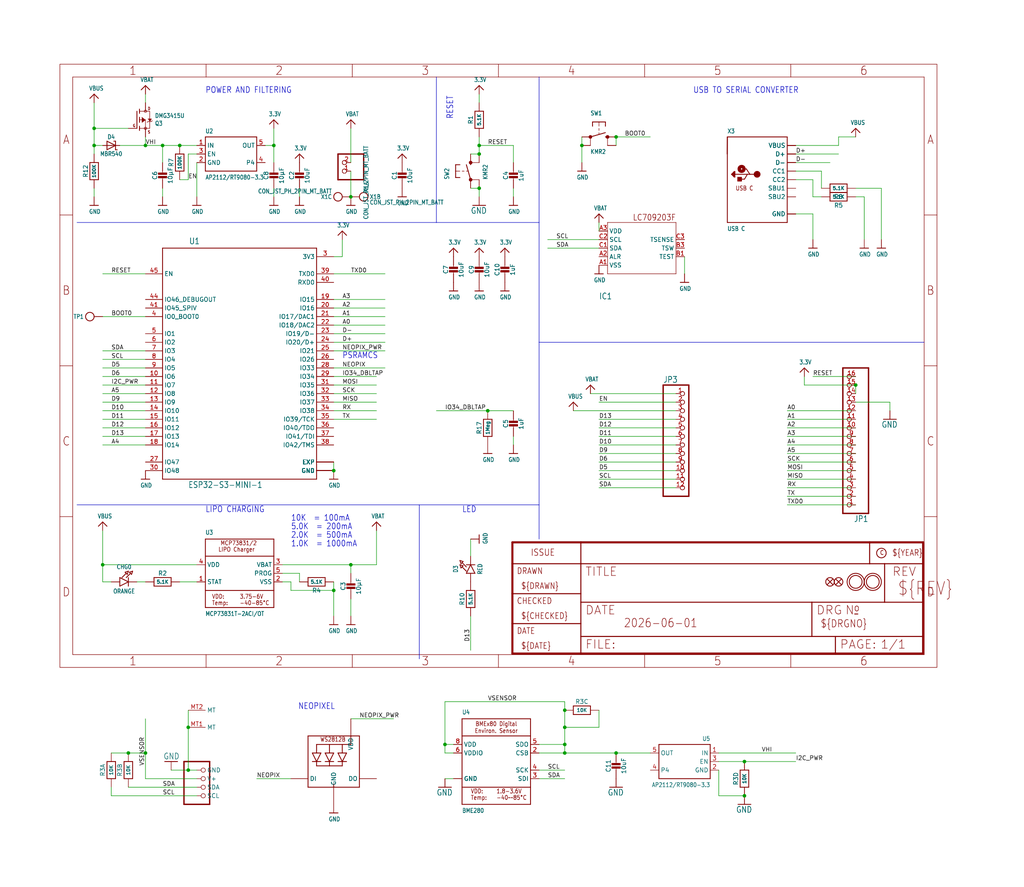
<source format=kicad_sch>
(kicad_sch (version 20230121) (generator eeschema)
  (paper "User" 303.962 263.246)
  (junction (at 104.14 167.64))
  (junction (at 167.64 215.9))
  (junction (at 132.08 220.98))
  (junction (at 182.88 223.52))
  (junction (at 167.64 223.52))
  (junction (at 38.1 223.52))
  (junction (at 167.64 220.98))
  (junction (at 55.88 228.6))
  (junction (at 81.28 43.18))
  (junction (at 99.06 139.7))
  (junction (at 142.24 43.18))
  (junction (at 55.88 215.9))
  (junction (at 43.18 223.52))
  (junction (at 27.94 38.1))
  (junction (at 167.64 210.82))
  (junction (at 144.78 121.92))
  (junction (at 142.24 55.88))
  (junction (at 220.98 236.22))
  (junction (at 30.48 167.64))
  (junction (at 99.06 175.26))
  (junction (at 27.94 43.18))
  (junction (at 254 114.3))
  (junction (at 172.72 43.18))
  (junction (at 142.24 45.72))
  (junction (at 182.88 40.64))
  (junction (at 48.26 43.18))
  (junction (at 43.18 43.18))
  (junction (at 104.14 58.42))
  (junction (at 220.98 226.06))
  (junction (at 53.34 43.18))
  (wire (pts (xy 101.6 76.2) (xy 101.6 71.12)) (stroke (width 0.1524)))
  (wire (pts (xy 142.24 27.94) (xy 142.24 30.48)) (stroke (width 0.1524)))
  (wire (pts (xy 254 58.42) (xy 256.54 58.42)) (stroke (width 0.1524)))
  (wire (pts (xy 86.36 172.72) (xy 86.36 175.26)) (stroke (width 0.1524)))
  (wire (pts (xy 139.7 55.88) (xy 142.24 55.88)) (stroke (width 0.1524)))
  (wire (pts (xy 86.36 175.26) (xy 99.06 175.26)) (stroke (width 0.1524)))
  (polyline (pts (xy 160.02 66.04) (xy 129.54 66.04)) (stroke (width 0.1524) (type solid)))
  (wire (pts (xy 160.02 231.14) (xy 167.64 231.14)) (stroke (width 0.1524)))
  (wire (pts (xy 162.56 73.66) (xy 177.8 73.66)) (stroke (width 0.1524)))
  (wire (pts (xy 58.42 233.68) (xy 38.1 233.68)) (stroke (width 0.1524)))
  (wire (pts (xy 111.76 124.46) (xy 99.06 124.46)) (stroke (width 0.1524)))
  (wire (pts (xy 248.92 40.64) (xy 254 40.64)) (stroke (width 0.1524)))
  (wire (pts (xy 182.88 40.64) (xy 193.04 40.64)) (stroke (width 0.1524)))
  (wire (pts (xy 152.4 132.08) (xy 152.4 129.54)) (stroke (width 0.1524)))
  (wire (pts (xy 81.28 48.26) (xy 81.28 43.18)) (stroke (width 0.1524)))
  (wire (pts (xy 30.48 167.64) (xy 58.42 167.64)) (stroke (width 0.1524)))
  (wire (pts (xy 99.06 99.06) (xy 114.3 99.06)) (stroke (width 0.1524)))
  (wire (pts (xy 236.22 53.34) (xy 241.3 53.34)) (stroke (width 0.1524)))
  (wire (pts (xy 142.24 45.72) (xy 139.7 45.72)) (stroke (width 0.1524)))
  (wire (pts (xy 182.88 40.64) (xy 182.88 43.18)) (stroke (width 0.1524)))
  (wire (pts (xy 99.06 175.26) (xy 99.06 182.88)) (stroke (width 0.1524)))
  (wire (pts (xy 99.06 104.14) (xy 114.3 104.14)) (stroke (width 0.1524)))
  (wire (pts (xy 104.14 167.64) (xy 111.76 167.64)) (stroke (width 0.1524)))
  (wire (pts (xy 167.64 208.28) (xy 167.64 210.82)) (stroke (width 0.1524)))
  (wire (pts (xy 58.42 236.22) (xy 33.02 236.22)) (stroke (width 0.1524)))
  (wire (pts (xy 175.26 116.84) (xy 200.66 116.84)) (stroke (width 0.1524)))
  (wire (pts (xy 43.18 114.3) (xy 30.48 114.3)) (stroke (width 0.1524)))
  (wire (pts (xy 248.92 43.18) (xy 248.92 40.64)) (stroke (width 0.1524)))
  (wire (pts (xy 104.14 38.1) (xy 104.14 48.26)) (stroke (width 0.1524)))
  (wire (pts (xy 104.14 58.42) (xy 104.14 50.8)) (stroke (width 0.1524)))
  (wire (pts (xy 254 127) (xy 233.68 127)) (stroke (width 0.1524)))
  (wire (pts (xy 104.14 170.18) (xy 104.14 167.64)) (stroke (width 0.1524)))
  (polyline (pts (xy 160.02 66.04) (xy 160.02 22.86)) (stroke (width 0.1524) (type solid)))
  (wire (pts (xy 30.48 157.48) (xy 30.48 167.64)) (stroke (width 0.1524)))
  (wire (pts (xy 254 55.88) (xy 261.62 55.88)) (stroke (width 0.1524)))
  (polyline (pts (xy 124.46 149.86) (xy 124.46 195.58)) (stroke (width 0.1524) (type solid)))
  (wire (pts (xy 142.24 55.88) (xy 142.24 58.42)) (stroke (width 0.1524)))
  (wire (pts (xy 177.8 66.04) (xy 177.8 68.58)) (stroke (width 0.1524)))
  (wire (pts (xy 111.76 157.48) (xy 111.76 167.64)) (stroke (width 0.1524)))
  (wire (pts (xy 132.08 220.98) (xy 132.08 208.28)) (stroke (width 0.1524)))
  (wire (pts (xy 200.66 124.46) (xy 177.8 124.46)) (stroke (width 0.1524)))
  (wire (pts (xy 30.48 104.14) (xy 43.18 104.14)) (stroke (width 0.1524)))
  (wire (pts (xy 30.48 172.72) (xy 30.48 167.64)) (stroke (width 0.1524)))
  (wire (pts (xy 58.42 48.26) (xy 58.42 58.42)) (stroke (width 0.1524)))
  (wire (pts (xy 30.48 121.92) (xy 43.18 121.92)) (stroke (width 0.1524)))
  (wire (pts (xy 132.08 223.52) (xy 132.08 220.98)) (stroke (width 0.1524)))
  (wire (pts (xy 43.18 93.98) (xy 30.48 93.98)) (stroke (width 0.1524)))
  (wire (pts (xy 167.64 210.82) (xy 167.64 215.9)) (stroke (width 0.1524)))
  (wire (pts (xy 233.68 129.54) (xy 254 129.54)) (stroke (width 0.1524)))
  (wire (pts (xy 99.06 91.44) (xy 114.3 91.44)) (stroke (width 0.1524)))
  (wire (pts (xy 160.02 220.98) (xy 167.64 220.98)) (stroke (width 0.1524)))
  (wire (pts (xy 55.88 228.6) (xy 50.8 228.6)) (stroke (width 0.1524)))
  (wire (pts (xy 213.36 228.6) (xy 213.36 236.22)) (stroke (width 0.1524)))
  (wire (pts (xy 43.18 124.46) (xy 30.48 124.46)) (stroke (width 0.1524)))
  (wire (pts (xy 238.76 111.76) (xy 238.76 114.3)) (stroke (width 0.1524)))
  (wire (pts (xy 53.34 43.18) (xy 48.26 43.18)) (stroke (width 0.1524)))
  (wire (pts (xy 241.3 53.34) (xy 241.3 58.42)) (stroke (width 0.1524)))
  (wire (pts (xy 43.18 116.84) (xy 30.48 116.84)) (stroke (width 0.1524)))
  (wire (pts (xy 177.8 127) (xy 200.66 127)) (stroke (width 0.1524)))
  (wire (pts (xy 43.18 223.52) (xy 43.18 213.36)) (stroke (width 0.1524)))
  (wire (pts (xy 160.02 223.52) (xy 167.64 223.52)) (stroke (width 0.1524)))
  (wire (pts (xy 78.74 43.18) (xy 81.28 43.18)) (stroke (width 0.1524)))
  (wire (pts (xy 152.4 58.42) (xy 152.4 55.88)) (stroke (width 0.1524)))
  (wire (pts (xy 264.16 119.38) (xy 264.16 121.92)) (stroke (width 0.1524)))
  (wire (pts (xy 99.06 93.98) (xy 114.3 93.98)) (stroke (width 0.1524)))
  (polyline (pts (xy 160.02 160.02) (xy 160.02 149.86)) (stroke (width 0.1524) (type solid)))
  (polyline (pts (xy 22.86 66.04) (xy 129.54 66.04)) (stroke (width 0.1524) (type solid)))
  (wire (pts (xy 55.88 215.9) (xy 55.88 228.6)) (stroke (width 0.1524)))
  (wire (pts (xy 254 132.08) (xy 233.68 132.08)) (stroke (width 0.1524)))
  (wire (pts (xy 177.8 119.38) (xy 200.66 119.38)) (stroke (width 0.1524)))
  (wire (pts (xy 38.1 223.52) (xy 43.18 223.52)) (stroke (width 0.1524)))
  (wire (pts (xy 99.06 81.28) (xy 114.3 81.28)) (stroke (width 0.1524)))
  (wire (pts (xy 55.88 210.82) (xy 55.88 215.9)) (stroke (width 0.1524)))
  (polyline (pts (xy 160.02 149.86) (xy 160.02 101.6)) (stroke (width 0.1524) (type solid)))
  (wire (pts (xy 35.56 43.18) (xy 43.18 43.18)) (stroke (width 0.1524)))
  (wire (pts (xy 55.88 45.72) (xy 58.42 45.72)) (stroke (width 0.1524)))
  (wire (pts (xy 83.82 172.72) (xy 86.36 172.72)) (stroke (width 0.1524)))
  (wire (pts (xy 83.82 170.18) (xy 88.9 170.18)) (stroke (width 0.1524)))
  (wire (pts (xy 241.3 63.5) (xy 236.22 63.5)) (stroke (width 0.1524)))
  (wire (pts (xy 236.22 43.18) (xy 248.92 43.18)) (stroke (width 0.1524)))
  (wire (pts (xy 55.88 228.6) (xy 58.42 228.6)) (stroke (width 0.1524)))
  (wire (pts (xy 99.06 121.92) (xy 111.76 121.92)) (stroke (width 0.1524)))
  (wire (pts (xy 53.34 172.72) (xy 58.42 172.72)) (stroke (width 0.1524)))
  (wire (pts (xy 99.06 101.6) (xy 114.3 101.6)) (stroke (width 0.1524)))
  (wire (pts (xy 177.8 137.16) (xy 200.66 137.16)) (stroke (width 0.1524)))
  (wire (pts (xy 88.9 55.88) (xy 88.9 58.42)) (stroke (width 0.1524)))
  (wire (pts (xy 254 139.7) (xy 233.68 139.7)) (stroke (width 0.1524)))
  (wire (pts (xy 254 121.92) (xy 233.68 121.92)) (stroke (width 0.1524)))
  (wire (pts (xy 134.62 223.52) (xy 132.08 223.52)) (stroke (width 0.1524)))
  (wire (pts (xy 139.7 165.1) (xy 139.7 160.02)) (stroke (width 0.1524)))
  (wire (pts (xy 43.18 119.38) (xy 30.48 119.38)) (stroke (width 0.1524)))
  (wire (pts (xy 38.1 38.1) (xy 27.94 38.1)) (stroke (width 0.1524)))
  (wire (pts (xy 43.18 81.28) (xy 30.48 81.28)) (stroke (width 0.1524)))
  (wire (pts (xy 177.8 215.9) (xy 167.64 215.9)) (stroke (width 0.1524)))
  (wire (pts (xy 33.02 236.22) (xy 33.02 233.68)) (stroke (width 0.1524)))
  (wire (pts (xy 233.68 147.32) (xy 254 147.32)) (stroke (width 0.1524)))
  (wire (pts (xy 43.18 109.22) (xy 30.48 109.22)) (stroke (width 0.1524)))
  (wire (pts (xy 200.66 139.7) (xy 177.8 139.7)) (stroke (width 0.1524)))
  (wire (pts (xy 256.54 58.42) (xy 256.54 71.12)) (stroke (width 0.1524)))
  (wire (pts (xy 99.06 114.3) (xy 111.76 114.3)) (stroke (width 0.1524)))
  (wire (pts (xy 254 137.16) (xy 233.68 137.16)) (stroke (width 0.1524)))
  (wire (pts (xy 236.22 48.26) (xy 246.38 48.26)) (stroke (width 0.1524)))
  (wire (pts (xy 33.02 223.52) (xy 38.1 223.52)) (stroke (width 0.1524)))
  (wire (pts (xy 40.64 172.72) (xy 43.18 172.72)) (stroke (width 0.1524)))
  (wire (pts (xy 177.8 71.12) (xy 162.56 71.12)) (stroke (width 0.1524)))
  (wire (pts (xy 142.24 40.64) (xy 142.24 43.18)) (stroke (width 0.1524)))
  (wire (pts (xy 167.64 223.52) (xy 182.88 223.52)) (stroke (width 0.1524)))
  (wire (pts (xy 58.42 43.18) (xy 53.34 43.18)) (stroke (width 0.1524)))
  (wire (pts (xy 43.18 27.94) (xy 43.18 30.48)) (stroke (width 0.1524)))
  (wire (pts (xy 86.36 231.14) (xy 76.2 231.14)) (stroke (width 0.1524)))
  (wire (pts (xy 99.06 111.76) (xy 111.76 111.76)) (stroke (width 0.1524)))
  (wire (pts (xy 241.3 58.42) (xy 243.84 58.42)) (stroke (width 0.1524)))
  (wire (pts (xy 220.98 226.06) (xy 236.22 226.06)) (stroke (width 0.1524)))
  (wire (pts (xy 43.18 231.14) (xy 58.42 231.14)) (stroke (width 0.1524)))
  (wire (pts (xy 203.2 81.28) (xy 203.2 76.2)) (stroke (width 0.1524)))
  (wire (pts (xy 236.22 50.8) (xy 243.84 50.8)) (stroke (width 0.1524)))
  (wire (pts (xy 238.76 114.3) (xy 254 114.3)) (stroke (width 0.1524)))
  (wire (pts (xy 177.8 134.62) (xy 200.66 134.62)) (stroke (width 0.1524)))
  (wire (pts (xy 193.04 223.52) (xy 182.88 223.52)) (stroke (width 0.1524)))
  (polyline (pts (xy 124.46 149.86) (xy 22.86 149.86)) (stroke (width 0.1524) (type solid)))
  (wire (pts (xy 30.48 127) (xy 43.18 127)) (stroke (width 0.1524)))
  (wire (pts (xy 160.02 228.6) (xy 167.64 228.6)) (stroke (width 0.1524)))
  (polyline (pts (xy 160.02 149.86) (xy 124.46 149.86)) (stroke (width 0.1524) (type solid)))
  (wire (pts (xy 233.68 142.24) (xy 254 142.24)) (stroke (width 0.1524)))
  (wire (pts (xy 53.34 53.34) (xy 55.88 53.34)) (stroke (width 0.1524)))
  (wire (pts (xy 99.06 172.72) (xy 99.06 175.26)) (stroke (width 0.1524)))
  (wire (pts (xy 27.94 43.18) (xy 27.94 38.1)) (stroke (width 0.1524)))
  (wire (pts (xy 48.26 43.18) (xy 48.26 48.26)) (stroke (width 0.1524)))
  (wire (pts (xy 43.18 40.64) (xy 43.18 43.18)) (stroke (width 0.1524)))
  (wire (pts (xy 236.22 223.52) (xy 213.36 223.52)) (stroke (width 0.1524)))
  (wire (pts (xy 43.18 129.54) (xy 30.48 129.54)) (stroke (width 0.1524)))
  (wire (pts (xy 33.02 172.72) (xy 30.48 172.72)) (stroke (width 0.1524)))
  (wire (pts (xy 30.48 111.76) (xy 43.18 111.76)) (stroke (width 0.1524)))
  (wire (pts (xy 134.62 220.98) (xy 132.08 220.98)) (stroke (width 0.1524)))
  (wire (pts (xy 152.4 121.92) (xy 144.78 121.92)) (stroke (width 0.1524)))
  (wire (pts (xy 254 134.62) (xy 233.68 134.62)) (stroke (width 0.1524)))
  (wire (pts (xy 99.06 137.16) (xy 99.06 139.7)) (stroke (width 0.1524)))
  (wire (pts (xy 254 144.78) (xy 233.68 144.78)) (stroke (width 0.1524)))
  (wire (pts (xy 177.8 210.82) (xy 177.8 215.9)) (stroke (width 0.1524)))
  (wire (pts (xy 167.64 220.98) (xy 167.64 223.52)) (stroke (width 0.1524)))
  (wire (pts (xy 99.06 96.52) (xy 114.3 96.52)) (stroke (width 0.1524)))
  (wire (pts (xy 243.84 50.8) (xy 243.84 55.88)) (stroke (width 0.1524)))
  (wire (pts (xy 99.06 88.9) (xy 114.3 88.9)) (stroke (width 0.1524)))
  (wire (pts (xy 43.18 43.18) (xy 48.26 43.18)) (stroke (width 0.1524)))
  (wire (pts (xy 254 124.46) (xy 233.68 124.46)) (stroke (width 0.1524)))
  (wire (pts (xy 172.72 43.18) (xy 172.72 48.26)) (stroke (width 0.1524)))
  (polyline (pts (xy 160.02 101.6) (xy 160.02 66.04)) (stroke (width 0.1524) (type solid)))
  (wire (pts (xy 213.36 236.22) (xy 220.98 236.22)) (stroke (width 0.1524)))
  (wire (pts (xy 152.4 48.26) (xy 152.4 43.18)) (stroke (width 0.1524)))
  (wire (pts (xy 48.26 55.88) (xy 48.26 58.42)) (stroke (width 0.1524)))
  (wire (pts (xy 139.7 182.88) (xy 139.7 193.04)) (stroke (width 0.1524)))
  (wire (pts (xy 99.06 109.22) (xy 114.3 109.22)) (stroke (width 0.1524)))
  (wire (pts (xy 99.06 119.38) (xy 111.76 119.38)) (stroke (width 0.1524)))
  (wire (pts (xy 99.06 116.84) (xy 111.76 116.84)) (stroke (width 0.1524)))
  (wire (pts (xy 81.28 55.88) (xy 81.28 58.42)) (stroke (width 0.1524)))
  (wire (pts (xy 261.62 55.88) (xy 261.62 71.12)) (stroke (width 0.1524)))
  (wire (pts (xy 142.24 43.18) (xy 152.4 43.18)) (stroke (width 0.1524)))
  (wire (pts (xy 27.94 58.42) (xy 27.94 55.88)) (stroke (width 0.1524)))
  (wire (pts (xy 104.14 213.36) (xy 116.84 213.36)) (stroke (width 0.1524)))
  (wire (pts (xy 83.82 167.64) (xy 104.14 167.64)) (stroke (width 0.1524)))
  (wire (pts (xy 254 116.84) (xy 254 114.3)) (stroke (width 0.1524)))
  (wire (pts (xy 172.72 40.64) (xy 172.72 43.18)) (stroke (width 0.1524)))
  (wire (pts (xy 104.14 177.8) (xy 104.14 182.88)) (stroke (width 0.1524)))
  (wire (pts (xy 200.66 142.24) (xy 177.8 142.24)) (stroke (width 0.1524)))
  (wire (pts (xy 30.48 43.18) (xy 27.94 43.18)) (stroke (width 0.1524)))
  (wire (pts (xy 236.22 45.72) (xy 248.92 45.72)) (stroke (width 0.1524)))
  (wire (pts (xy 177.8 144.78) (xy 200.66 144.78)) (stroke (width 0.1524)))
  (wire (pts (xy 254 149.86) (xy 233.68 149.86)) (stroke (width 0.1524)))
  (wire (pts (xy 144.78 121.92) (xy 129.54 121.92)) (stroke (width 0.1524)))
  (polyline (pts (xy 129.54 66.04) (xy 129.54 22.86)) (stroke (width 0.1524) (type solid)))
  (wire (pts (xy 200.66 121.92) (xy 170.18 121.92)) (stroke (width 0.1524)))
  (polyline (pts (xy 274.32 101.6) (xy 160.02 101.6)) (stroke (width 0.1524) (type solid)))
  (wire (pts (xy 27.94 38.1) (xy 27.94 30.48)) (stroke (width 0.1524)))
  (wire (pts (xy 43.18 231.14) (xy 43.18 223.52)) (stroke (width 0.1524)))
  (wire (pts (xy 241.3 63.5) (xy 241.3 71.12)) (stroke (width 0.1524)))
  (wire (pts (xy 220.98 226.06) (xy 213.36 226.06)) (stroke (width 0.1524)))
  (wire (pts (xy 167.64 215.9) (xy 167.64 220.98)) (stroke (width 0.1524)))
  (wire (pts (xy 254 111.76) (xy 241.3 111.76)) (stroke (width 0.1524)))
  (wire (pts (xy 55.88 53.34) (xy 55.88 45.72)) (stroke (width 0.1524)))
  (wire (pts (xy 43.18 106.68) (xy 30.48 106.68)) (stroke (width 0.1524)))
  (wire (pts (xy 132.08 208.28) (xy 167.64 208.28)) (stroke (width 0.1524)))
  (wire (pts (xy 254 119.38) (xy 264.16 119.38)) (stroke (width 0.1524)))
  (wire (pts (xy 81.28 43.18) (xy 81.28 38.1)) (stroke (width 0.1524)))
  (wire (pts (xy 177.8 132.08) (xy 200.66 132.08)) (stroke (width 0.1524)))
  (wire (pts (xy 43.18 132.08) (xy 30.48 132.08)) (stroke (width 0.1524)))
  (wire (pts (xy 27.94 45.72) (xy 27.94 43.18)) (stroke (width 0.1524)))
  (wire (pts (xy 88.9 170.18) (xy 88.9 172.72)) (stroke (width 0.1524)))
  (wire (pts (xy 142.24 43.18) (xy 142.24 45.72)) (stroke (width 0.1524)))
  (wire (pts (xy 200.66 129.54) (xy 177.8 129.54)) (stroke (width 0.1524)))
  (wire (pts (xy 132.08 231.14) (xy 134.62 231.14)) (stroke (width 0.1524)))
  (wire (pts (xy 99.06 76.2) (xy 101.6 76.2)) (stroke (width 0.1524)))
  (text "LIPO CHARGING" (at 60.96 152.4 0) (effects (font (size 1.778 1.5113)) (justify left bottom)))
  (text "RESET" (at 134.62 35.56 90) (effects (font (size 1.778 1.5113)) (justify left bottom)))
  (text "5.0K  = 200mA" (at 86.36 157.48 0) (effects (font (size 1.778 1.5113)) (justify left bottom)))
  (text "2.0K  = 500mA" (at 86.36 160.02 0) (effects (font (size 1.778 1.5113)) (justify left bottom)))
  (text "LED" (at 137.16 152.4 0) (effects (font (size 1.778 1.5113)) (justify left bottom)))
  (text "NEOPIXEL" (at 93.98 210.82 0) (effects (font (size 1.778 1.5113)) (justify bottom)))
  (text "1.0K  = 1000mA" (at 86.36 162.56 0) (effects (font (size 1.778 1.5113)) (justify left bottom)))
  (text "PSRAMCS" (at 101.6 106.68 0) (effects (font (size 1.778 1.5113)) (justify left bottom)))
  (text "POWER AND FILTERING" (at 60.96 27.94 0) (effects (font (size 1.778 1.5113)) (justify left bottom)))
  (text "10K  = 100mA" (at 86.36 154.94 0) (effects (font (size 1.778 1.5113)) (justify left bottom)))
  (text "USB TO SERIAL CONVERTER" (at 205.74 27.94 0) (effects (font (size 1.778 1.5113)) (justify left bottom)))
  (label "D6" (at 33.02 111.76 0) (effects (font (size 1.2446 1.2446))))
  (label "D10" (at 177.8 132.08 0) (effects (font (size 1.2446 1.2446))))
  (label "MISO" (at 233.68 142.24 0) (effects (font (size 1.2446 1.2446))))
  (label "VHI" (at 43.18 43.18 0) (effects (font (size 1.2446 1.2446))))
  (label "A5" (at 33.02 116.84 0) (effects (font (size 1.2446 1.2446))))
  (label "SCL" (at 177.8 142.24 0) (effects (font (size 1.2446 1.2446))))
  (label "MISO" (at 101.6 119.38 0) (effects (font (size 1.2446 1.2446))))
  (label "SCL" (at 48.26 236.22 0) (effects (font (size 1.2446 1.2446))))
  (label "RX" (at 101.6 121.92 0) (effects (font (size 1.2446 1.2446))))
  (label "SDA" (at 165.1 73.66 0) (effects (font (size 1.2446 1.2446))))
  (label "D9" (at 33.02 119.38 0) (effects (font (size 1.2446 1.2446))))
  (label "SCL" (at 165.1 71.12 0) (effects (font (size 1.2446 1.2446))))
  (label "SCK" (at 233.68 137.16 0) (effects (font (size 1.2446 1.2446))))
  (label "D12" (at 33.02 127 0) (effects (font (size 1.2446 1.2446))))
  (label "D5" (at 33.02 109.22 0) (effects (font (size 1.2446 1.2446))))
  (label "RESET" (at 241.3 111.76 0) (effects (font (size 1.2446 1.2446))))
  (label "D13" (at 177.8 124.46 0) (effects (font (size 1.2446 1.2446))))
  (label "BOOT0" (at 185.42 40.64 0) (effects (font (size 1.2446 1.2446))))
  (label "TXD0" (at 233.68 149.86 0) (effects (font (size 1.2446 1.2446))))
  (label "D13" (at 33.02 129.54 0) (effects (font (size 1.2446 1.2446))))
  (label "RESET" (at 33.02 81.28 0) (effects (font (size 1.2446 1.2446))))
  (label "SDA" (at 33.02 104.14 0) (effects (font (size 1.2446 1.2446))))
  (label "A3" (at 233.68 129.54 0) (effects (font (size 1.2446 1.2446))))
  (label "SCK" (at 101.6 116.84 0) (effects (font (size 1.2446 1.2446))))
  (label "IO34_DBLTAP" (at 101.6 111.76 0) (effects (font (size 1.2446 1.2446))))
  (label "A1" (at 101.6 93.98 0) (effects (font (size 1.2446 1.2446))))
  (label "VHI" (at 226.06 223.52 0) (effects (font (size 1.2446 1.2446))))
  (label "A4" (at 33.02 132.08 0) (effects (font (size 1.2446 1.2446))))
  (label "SCL" (at 33.02 106.68 0) (effects (font (size 1.2446 1.2446))))
  (label "MOSI" (at 233.68 139.7 0) (effects (font (size 1.2446 1.2446))))
  (label "D11" (at 177.8 129.54 0) (effects (font (size 1.2446 1.2446))))
  (label "IO34_DBLTAP" (at 132.08 121.92 0) (effects (font (size 1.2446 1.2446))))
  (label "NEOPIX" (at 76.2 231.14 0) (effects (font (size 1.2446 1.2446))))
  (label "I2C_PWR" (at 236.22 226.06 0) (effects (font (size 1.2446 1.2446))))
  (label "SDA" (at 162.56 231.14 0) (effects (font (size 1.2446 1.2446))))
  (label "MOSI" (at 101.6 114.3 0) (effects (font (size 1.2446 1.2446))))
  (label "RX" (at 233.68 144.78 0) (effects (font (size 1.2446 1.2446))))
  (label "A5" (at 233.68 134.62 0) (effects (font (size 1.2446 1.2446))))
  (label "NEOPIX" (at 101.6 109.22 0) (effects (font (size 1.2446 1.2446))))
  (label "SDA" (at 177.8 144.78 0) (effects (font (size 1.2446 1.2446))))
  (label "TX" (at 233.68 147.32 0) (effects (font (size 1.2446 1.2446))))
  (label "D5" (at 177.8 139.7 0) (effects (font (size 1.2446 1.2446))))
  (label "D10" (at 33.02 121.92 0) (effects (font (size 1.2446 1.2446))))
  (label "A0" (at 101.6 96.52 0) (effects (font (size 1.2446 1.2446))))
  (label "D-" (at 236.22 48.26 0) (effects (font (size 1.2446 1.2446))))
  (label "D+" (at 236.22 45.72 0) (effects (font (size 1.2446 1.2446))))
  (label "A4" (at 233.68 132.08 0) (effects (font (size 1.2446 1.2446))))
  (label "D12" (at 177.8 127 0) (effects (font (size 1.2446 1.2446))))
  (label "A3" (at 101.6 88.9 0) (effects (font (size 1.2446 1.2446))))
  (label "D11" (at 33.02 124.46 0) (effects (font (size 1.2446 1.2446))))
  (label "SDA" (at 48.26 233.68 0) (effects (font (size 1.2446 1.2446))))
  (label "EN" (at 177.8 119.38 0) (effects (font (size 1.2446 1.2446))))
  (label "VSENSOR" (at 43.18 227.33 90) (effects (font (size 1.2446 1.2446))))
  (label "BOOT0" (at 33.02 93.98 0) (effects (font (size 1.2446 1.2446))))
  (label "D+" (at 101.6 101.6 0) (effects (font (size 1.2446 1.2446))))
  (label "D9" (at 177.8 134.62 0) (effects (font (size 1.2446 1.2446))))
  (label "RESET" (at 144.78 43.18 0) (effects (font (size 1.2446 1.2446))))
  (label "D6" (at 177.8 137.16 0) (effects (font (size 1.2446 1.2446))))
  (label "TX" (at 101.6 124.46 0) (effects (font (size 1.2446 1.2446))))
  (label "A0" (at 233.68 121.92 0) (effects (font (size 1.2446 1.2446))))
  (label "D13" (at 139.7 190.5 90) (effects (font (size 1.2446 1.2446))))
  (label "SCL" (at 162.56 228.6 0) (effects (font (size 1.2446 1.2446))))
  (label "EN" (at 55.88 53.34 0) (effects (font (size 1.2446 1.2446))))
  (label "TXD0" (at 104.14 81.28 0) (effects (font (size 1.2446 1.2446))))
  (label "NEOPIX_PWR" (at 106.68 213.36 0) (effects (font (size 1.2446 1.2446))))
  (label "A2" (at 101.6 91.44 0) (effects (font (size 1.2446 1.2446))))
  (label "D-" (at 101.6 99.06 0) (effects (font (size 1.2446 1.2446))))
  (label "A2" (at 233.68 127 0) (effects (font (size 1.2446 1.2446))))
  (label "A1" (at 233.68 124.46 0) (effects (font (size 1.2446 1.2446))))
  (label "NEOPIX_PWR" (at 101.6 104.14 0) (effects (font (size 1.2446 1.2446))))
  (label "VSENSOR" (at 144.78 208.28 0) (effects (font (size 1.2446 1.2446))))
  (label "I2C_PWR" (at 33.02 114.3 0) (effects (font (size 1.2446 1.2446))))
  (symbol (lib_id "working-eagle-import:STEMMA_I2C_QTRA") (at 55.88 215.9 0) (unit 2)
    (property "Reference" "CONN1" (effects hide))
    (property "Value" "STEMMA_I2C_QTRA" (effects hide))
    (property "Footprint" "working:JST_SH4_RA" (effects hide))
  )
  (symbol (lib_id "working-eagle-import:HEADER-1X12") (at 203.2 132.08 0) (unit 1)
    (property "Reference" "JP3" (at 196.85 113.665 0) (effects (font (size 1.778 1.5113)) (justify left bottom)))
    (property "Value" "HEADER-1X12" (effects hide))
    (property "Footprint" "working:1X12_ROUND" (effects hide))
  )
  (symbol (lib_id "working-eagle-import:RESISTOR_4PACK") (at 220.98 231.14 90) (unit 4)
    (property "Reference" "R3" (at 218.44 231.14 0))
    (property "Value" "10K" (at 220.98 231.14 0) (effects (font (size 1.016 1.016) bold)))
    (property "Footprint" "working:RESPACK_4X0603" (effects hide))
  )
  (symbol (lib_id "working-eagle-import:RESISTOR_0603_NOOUT") (at 142.24 35.56 90) (unit 1)
    (property "Reference" "R1" (at 139.7 35.56 0))
    (property "Value" "5.1K" (at 142.24 35.56 0) (effects (font (size 1.016 1.016) bold)))
    (property "Footprint" "working:0603-NO" (effects hide))
  )
  (symbol (lib_id "working-eagle-import:GND") (at 152.4 134.62 0) (unit 1)
    (property "Reference" "#U$40" (effects hide))
    (property "Value" "GND" (at 150.876 137.16 0) (effects (font (size 1.27 1.0795)) (justify left bottom)))
  )
  (symbol (lib_id "working-eagle-import:supply1_GND") (at 132.08 233.68 0) (unit 1)
    (property "Reference" "#GND2" (effects hide))
    (property "Value" "GND" (at 129.54 236.22 0) (effects (font (size 1.778 1.5113)) (justify left bottom)))
  )
  (symbol (lib_id "working-eagle-import:3.3V") (at 238.76 109.22 0) (unit 1)
    (property "Reference" "#U$6" (effects hide))
    (property "Value" "3.3V" (at 237.236 108.204 0) (effects (font (size 1.27 1.0795)) (justify left bottom)))
  )
  (symbol (lib_id "working-eagle-import:RESISTOR_0603_NOOUT") (at 139.7 177.8 90) (unit 1)
    (property "Reference" "R10" (at 137.16 177.8 0))
    (property "Value" "5.1K" (at 139.7 177.8 0) (effects (font (size 1.016 1.016) bold)))
    (property "Footprint" "working:0603-NO" (effects hide))
  )
  (symbol (lib_id "working-eagle-import:CON_JST_PH_2PIN_MT_BATT") (at 104.14 58.42 270) (unit 2)
    (property "Reference" "X1" (at 109.728 58.42 90) (effects (font (size 1.27 1.0795)) (justify left)))
    (property "Value" "CON_JST_PH_2PIN_MT_BATT" (at 109.728 60.071 90) (effects (font (size 1.27 1.0795)) (justify left)))
    (property "Footprint" "working:JSTPH2_BATT" (effects hide))
  )
  (symbol (lib_id "working-eagle-import:FIDUCIAL_1MM") (at 248.92 172.72 0) (unit 1)
    (property "Reference" "U$34" (effects hide))
    (property "Value" "FIDUCIAL_1MM" (effects hide))
    (property "Footprint" "working:FIDUCIAL_1MM" (effects hide))
  )
  (symbol (lib_id "working-eagle-import:STEMMA_I2C_QTRA") (at 58.42 233.68 0) (unit 1)
    (property "Reference" "CONN1" (effects hide))
    (property "Value" "STEMMA_I2C_QTRA" (effects hide))
    (property "Footprint" "working:JST_SH4_RA" (effects hide))
  )
  (symbol (lib_id "working-eagle-import:VBAT") (at 175.26 114.3 0) (unit 1)
    (property "Reference" "#U$20" (effects hide))
    (property "Value" "VBAT" (at 173.736 113.284 0) (effects (font (size 1.27 1.0795)) (justify left bottom)))
  )
  (symbol (lib_id "working-eagle-import:CAP_CERAMIC0805-NOOUTLINE") (at 142.24 81.28 0) (unit 1)
    (property "Reference" "C9" (at 139.95 80.03 90))
    (property "Value" "10uF" (at 144.54 80.03 90))
    (property "Footprint" "working:0805-NO" (effects hide))
  )
  (symbol (lib_id "working-eagle-import:GND") (at 43.18 142.24 0) (unit 1)
    (property "Reference" "#U$7" (effects hide))
    (property "Value" "GND" (at 41.656 144.78 0) (effects (font (size 1.27 1.0795)) (justify left bottom)))
  )
  (symbol (lib_id "working-eagle-import:RESISTOR_0603_NOOUT") (at 48.26 172.72 0) (unit 1)
    (property "Reference" "R2" (at 48.26 170.18 0))
    (property "Value" "5.1K" (at 48.26 172.72 0) (effects (font (size 1.016 1.016) bold)))
    (property "Footprint" "working:0603-NO" (effects hide))
  )
  (symbol (lib_id "working-eagle-import:CAP_CERAMIC0603_NO") (at 152.4 53.34 0) (unit 1)
    (property "Reference" "C4" (at 150.11 52.09 90))
    (property "Value" "1uF" (at 154.7 52.09 90))
    (property "Footprint" "working:0603-NO" (effects hide))
  )
  (symbol (lib_id "working-eagle-import:RESISTOR_4PACK") (at 33.02 228.6 90) (unit 1)
    (property "Reference" "R3" (at 30.48 228.6 0))
    (property "Value" "10K" (at 33.02 228.6 0) (effects (font (size 1.016 1.016) bold)))
    (property "Footprint" "working:RESPACK_4X0603" (effects hide))
  )
  (symbol (lib_id "working-eagle-import:CAP_CERAMIC0805-NOOUTLINE") (at 119.38 53.34 0) (unit 1)
    (property "Reference" "C1" (at 117.09 52.09 90))
    (property "Value" "10uF" (at 121.68 52.09 90))
    (property "Footprint" "working:0805-NO" (effects hide))
  )
  (symbol (lib_id "working-eagle-import:GND") (at 203.2 83.82 0) (unit 1)
    (property "Reference" "#U$50" (effects hide))
    (property "Value" "GND" (at 201.676 86.36 0) (effects (font (size 1.27 1.0795)) (justify left bottom)))
  )
  (symbol (lib_id "working-eagle-import:RESISTOR_0603_NOOUT") (at 27.94 50.8 90) (unit 1)
    (property "Reference" "R12" (at 25.4 50.8 0))
    (property "Value" "100K" (at 27.94 50.8 0) (effects (font (size 1.016 1.016) bold)))
    (property "Footprint" "working:0603-NO" (effects hide))
  )
  (symbol (lib_id "working-eagle-import:3.3V") (at 134.62 73.66 0) (unit 1)
    (property "Reference" "#U$41" (effects hide))
    (property "Value" "3.3V" (at 133.096 72.644 0) (effects (font (size 1.27 1.0795)) (justify left bottom)))
  )
  (symbol (lib_id "working-eagle-import:3.3V") (at 119.38 45.72 0) (unit 1)
    (property "Reference" "#U$2" (effects hide))
    (property "Value" "3.3V" (at 117.856 44.704 0) (effects (font (size 1.27 1.0795)) (justify left bottom)))
  )
  (symbol (lib_id "working-eagle-import:VREG_SOT23-5") (at 68.58 45.72 0) (unit 1)
    (property "Reference" "U2" (at 60.96 39.624 0) (effects (font (size 1.27 1.0795)) (justify left bottom)))
    (property "Value" "AP2112/RT9080-3.3" (at 60.96 53.34 0) (effects (font (size 1.27 1.0795)) (justify left bottom)))
    (property "Footprint" "working:SOT23-5" (effects hide))
  )
  (symbol (lib_id "working-eagle-import:CAP_CERAMIC0603_NO") (at 152.4 127 0) (unit 1)
    (property "Reference" "C5" (at 150.11 125.75 90))
    (property "Value" "1uF" (at 154.7 125.75 90))
    (property "Footprint" "working:0603-NO" (effects hide))
  )
  (symbol (lib_id "working-eagle-import:GND") (at 256.54 73.66 0) (unit 1)
    (property "Reference" "#U$1" (effects hide))
    (property "Value" "GND" (at 255.016 76.2 0) (effects (font (size 1.27 1.0795)) (justify left bottom)))
  )
  (symbol (lib_id "working-eagle-import:RESISTOR_4PACK") (at 38.1 228.6 90) (unit 2)
    (property "Reference" "R3" (at 35.56 228.6 0))
    (property "Value" "10K" (at 38.1 228.6 0) (effects (font (size 1.016 1.016) bold)))
    (property "Footprint" "working:RESPACK_4X0603" (effects hide))
  )
  (symbol (lib_id "working-eagle-import:GND") (at 81.28 60.96 0) (unit 1)
    (property "Reference" "#U$29" (effects hide))
    (property "Value" "GND" (at 79.756 63.5 0) (effects (font (size 1.27 1.0795)) (justify left bottom)))
  )
  (symbol (lib_id "working-eagle-import:supply1_GND") (at 182.88 233.68 0) (unit 1)
    (property "Reference" "#GND3" (effects hide))
    (property "Value" "GND" (at 180.34 236.22 0) (effects (font (size 1.778 1.5113)) (justify left bottom)))
  )
  (symbol (lib_id "working-eagle-import:CAP_CERAMIC0805-NOOUTLINE") (at 81.28 53.34 0) (unit 1)
    (property "Reference" "C8" (at 78.99 52.09 90))
    (property "Value" "10µF" (at 83.58 52.09 90))
    (property "Footprint" "working:0805-NO" (effects hide))
    (property "REV" "C" (effects hide))
  )
  (symbol (lib_id "working-eagle-import:ESP32-S3-MINI-1") (at 71.12 106.68 0) (unit 1)
    (property "Reference" "U1" (at 56.0841 72.5455 0) (effects (font (size 1.778 1.5113)) (justify left bottom)))
    (property "Value" "ESP32-S3-MINI-1" (at 55.8333 144.8881 0) (effects (font (size 1.778 1.5113)) (justify left bottom)))
    (property "Footprint" "working:QFN60_ESP32-S2-MINI-1_EXP" (effects hide))
  )
  (symbol (lib_id "working-eagle-import:MOUNTINGHOLE2.5") (at 254 172.72 0) (unit 1)
    (property "Reference" "U$31" (effects hide))
    (property "Value" "MOUNTINGHOLE2.5" (effects hide))
    (property "Footprint" "working:MOUNTINGHOLE_2.5_PLATED" (effects hide))
  )
  (symbol (lib_id "working-eagle-import:GND") (at 104.14 60.96 0) (unit 1)
    (property "Reference" "#U$22" (effects hide))
    (property "Value" "GND" (at 102.616 63.5 0) (effects (font (size 1.27 1.0795)) (justify left bottom)))
  )
  (symbol (lib_id "working-eagle-import:VBUS") (at 170.18 119.38 0) (unit 1)
    (property "Reference" "#U$19" (effects hide))
    (property "Value" "VBUS" (at 168.656 118.364 0) (effects (font (size 1.27 1.0795)) (justify left bottom)))
  )
  (symbol (lib_id "working-eagle-import:VBAT") (at 43.18 25.4 0) (unit 1)
    (property "Reference" "#U$21" (effects hide))
    (property "Value" "VBAT" (at 41.656 24.384 0) (effects (font (size 1.27 1.0795)) (justify left bottom)))
  )
  (symbol (lib_id "working-eagle-import:GND") (at 58.42 60.96 0) (unit 1)
    (property "Reference" "#U$30" (effects hide))
    (property "Value" "GND" (at 56.896 63.5 0) (effects (font (size 1.27 1.0795)) (justify left bottom)))
  )
  (symbol (lib_id "working-eagle-import:VBAT") (at 104.14 35.56 0) (unit 1)
    (property "Reference" "#U$16" (effects hide))
    (property "Value" "VBAT" (at 102.616 34.544 0) (effects (font (size 1.27 1.0795)) (justify left bottom)))
  )
  (symbol (lib_id "working-eagle-import:WS2812B_SK6805_1515") (at 99.06 228.6 0) (unit 1)
    (property "Reference" "LED1" (effects hide))
    (property "Value" "WS2812B_SK6805_1515" (effects hide))
    (property "Footprint" "working:SK6805_1515" (effects hide))
  )
  (symbol (lib_id "working-eagle-import:GND") (at 134.62 86.36 0) (unit 1)
    (property "Reference" "#U$45" (effects hide))
    (property "Value" "GND" (at 133.096 88.9 0) (effects (font (size 1.27 1.0795)) (justify left bottom)))
  )
  (symbol (lib_id "working-eagle-import:3.3V") (at 142.24 73.66 0) (unit 1)
    (property "Reference" "#U$43" (effects hide))
    (property "Value" "3.3V" (at 140.716 72.644 0) (effects (font (size 1.27 1.0795)) (justify left bottom)))
  )
  (symbol (lib_id "working-eagle-import:RESISTOR_0603_NOOUT") (at 93.98 172.72 180) (unit 1)
    (property "Reference" "R4" (at 93.98 175.26 0))
    (property "Value" "5.1K" (at 93.98 172.72 0) (effects (font (size 1.016 1.016) bold)))
    (property "Footprint" "working:0603-NO" (effects hide))
  )
  (symbol (lib_id "working-eagle-import:CON_JST_PH_2PIN_MT_BATT") (at 104.14 58.42 90) (unit 3)
    (property "Reference" "X1" (at 98.552 58.42 90) (effects (font (size 1.27 1.0795)) (justify left)))
    (property "Value" "CON_JST_PH_2PIN_MT_BATT" (at 98.552 56.769 90) (effects (font (size 1.27 1.0795)) (justify left)))
    (property "Footprint" "working:JSTPH2_BATT" (effects hide))
  )
  (symbol (lib_id "working-eagle-import:supply1_GND") (at 142.24 60.96 0) (unit 1)
    (property "Reference" "#GND6" (effects hide))
    (property "Value" "GND" (at 139.7 63.5 0) (effects (font (size 1.778 1.5113)) (justify left bottom)))
  )
  (symbol (lib_id "working-eagle-import:VBAT") (at 177.8 63.5 0) (unit 1)
    (property "Reference" "#U$18" (effects hide))
    (property "Value" "VBAT" (at 176.276 62.484 0) (effects (font (size 1.27 1.0795)) (justify left bottom)))
  )
  (symbol (lib_id "working-eagle-import:CAP_CERAMIC0805-NOOUTLINE") (at 88.9 53.34 0) (unit 1)
    (property "Reference" "C2" (at 86.61 52.09 90))
    (property "Value" "10uF" (at 91.2 52.09 90))
    (property "Footprint" "working:0805-NO" (effects hide))
  )
  (symbol (lib_id "working-eagle-import:GND") (at 119.38 58.42 0) (unit 1)
    (property "Reference" "#U$4" (effects hide))
    (property "Value" "GND" (at 117.856 60.96 0) (effects (font (size 1.27 1.0795)) (justify left bottom)))
  )
  (symbol (lib_id "working-eagle-import:TESTPOINTROUND1.5MMNO") (at 30.48 93.98 90) (unit 1)
    (property "Reference" "TP1" (at 24.892 93.98 90) (effects (font (size 1.27 1.0795)) (justify left)))
    (property "Value" "TESTPOINTROUND1.5MMNO" (effects hide))
    (property "Footprint" "working:TESTPOINT_ROUND_1.5MM_NO" (effects hide))
  )
  (symbol (lib_id "working-eagle-import:supply1_GND") (at 264.16 124.46 0) (unit 1)
    (property "Reference" "#GND4" (effects hide))
    (property "Value" "GND" (at 261.62 127 0) (effects (font (size 1.778 1.5113)) (justify left bottom)))
  )
  (symbol (lib_id "working-eagle-import:VREG_SOT23-5") (at 203.2 226.06 0) (mirror y) (unit 1)
    (property "Reference" "U5" (at 210.82 219.964 0) (effects (font (size 1.27 1.0795)) (justify left bottom)))
    (property "Value" "AP2112/RT9080-3.3" (at 210.82 233.68 0) (effects (font (size 1.27 1.0795)) (justify left bottom)))
    (property "Footprint" "working:SOT23-5" (effects hide))
  )
  (symbol (lib_id "working-eagle-import:CAP_CERAMIC_0805MP") (at 182.88 228.6 0) (unit 1)
    (property "Reference" "C11" (at 180.59 227.35 90))
    (property "Value" "10uF" (at 185.18 227.35 90))
    (property "Footprint" "working:_0805MP" (effects hide))
  )
  (symbol (lib_id "working-eagle-import:SWITCH_TACT_SMT4.6X2.8") (at 139.7 50.8 90) (unit 1)
    (property "Reference" "SW2" (at 133.35 53.34 0) (effects (font (size 1.27 1.0795)) (justify left bottom)))
    (property "Value" "KMR2" (at 144.78 53.34 0) (effects (font (size 1.27 1.0795)) (justify left bottom)))
    (property "Footprint" "working:BTN_KMR2_4.6X2.8" (effects hide))
  )
  (symbol (lib_id "working-eagle-import:supply1_GND") (at 220.98 238.76 0) (unit 1)
    (property "Reference" "#GND5" (effects hide))
    (property "Value" "GND" (at 218.44 241.3 0) (effects (font (size 1.778 1.5113)) (justify left bottom)))
  )
  (symbol (lib_id "working-eagle-import:GND") (at 142.24 160.02 90) (unit 1)
    (property "Reference" "#U$8" (effects hide))
    (property "Value" "GND" (at 144.78 161.544 0) (effects (font (size 1.27 1.0795)) (justify left bottom)))
  )
  (symbol (lib_id "working-eagle-import:VBUS") (at 30.48 154.94 0) (unit 1)
    (property "Reference" "#U$38" (effects hide))
    (property "Value" "VBUS" (at 28.956 153.924 0) (effects (font (size 1.27 1.0795)) (justify left bottom)))
  )
  (symbol (lib_id "working-eagle-import:MOUNTINGHOLE2.5") (at 259.08 172.72 0) (unit 1)
    (property "Reference" "U$32" (effects hide))
    (property "Value" "MOUNTINGHOLE2.5" (effects hide))
    (property "Footprint" "working:MOUNTINGHOLE_2.5_PLATED" (effects hide))
  )
  (symbol (lib_id "working-eagle-import:RESISTOR_4PACK") (at 172.72 210.82 0) (unit 3)
    (property "Reference" "R3" (at 172.72 208.28 0))
    (property "Value" "10K" (at 172.72 210.82 0) (effects (font (size 1.016 1.016) bold)))
    (property "Footprint" "working:RESPACK_4X0603" (effects hide))
  )
  (symbol (lib_id "working-eagle-import:CAP_CERAMIC0805-NOOUTLINE") (at 48.26 53.34 0) (unit 1)
    (property "Reference" "C6" (at 45.97 52.09 90))
    (property "Value" "10µF" (at 50.56 52.09 90))
    (property "Footprint" "working:0805-NO" (effects hide))
  )
  (symbol (lib_id "working-eagle-import:GND") (at 241.3 73.66 0) (unit 1)
    (property "Reference" "#U$23" (effects hide))
    (property "Value" "GND" (at 239.776 76.2 0) (effects (font (size 1.27 1.0795)) (justify left bottom)))
  )
  (symbol (lib_id "working-eagle-import:GND") (at 27.94 60.96 0) (unit 1)
    (property "Reference" "#U$25" (effects hide))
    (property "Value" "GND" (at 26.416 63.5 0) (effects (font (size 1.27 1.0795)) (justify left bottom)))
  )
  (symbol (lib_id "working-eagle-import:MOSFET-P") (at 43.18 35.56 0) (mirror x) (unit 1)
    (property "Reference" "Q3" (at 45.974 35.941 0) (effects (font (size 1.27 1.0795)) (justify left bottom)))
    (property "Value" "DMG3415U" (at 45.974 33.655 0) (effects (font (size 1.27 1.0795)) (justify left bottom)))
    (property "Footprint" "working:SOT23-R" (effects hide))
  )
  (symbol (lib_id "working-eagle-import:USB_C") (at 226.06 53.34 0) (unit 1)
    (property "Reference" "X3" (at 215.9 39.624 0) (effects (font (size 1.27 1.0795)) (justify left bottom)))
    (property "Value" "USB C" (at 215.9 68.58 0) (effects (font (size 1.27 1.0795)) (justify left bottom)))
    (property "Footprint" "working:USB_C_CUSB31-CFM2AX-01-X" (effects hide))
  )
  (symbol (lib_id "working-eagle-import:FIDUCIAL_1MM") (at 246.38 172.72 0) (unit 1)
    (property "Reference" "U$35" (effects hide))
    (property "Value" "FIDUCIAL_1MM" (effects hide))
    (property "Footprint" "working:FIDUCIAL_1MM" (effects hide))
  )
  (symbol (lib_id "working-eagle-import:GND") (at 48.26 60.96 0) (unit 1)
    (property "Reference" "#U$27" (effects hide))
    (property "Value" "GND" (at 46.736 63.5 0) (effects (font (size 1.27 1.0795)) (justify left bottom)))
  )
  (symbol (lib_id "working-eagle-import:CAP_CERAMIC0805-NOOUTLINE") (at 134.62 81.28 0) (unit 1)
    (property "Reference" "C7" (at 132.33 80.03 90))
    (property "Value" "10uF" (at 136.92 80.03 90))
    (property "Footprint" "working:0805-NO" (effects hide))
  )
  (symbol (lib_id "working-eagle-import:RESISTOR_0603_NOOUT") (at 248.92 55.88 180) (unit 1)
    (property "Reference" "R8" (at 248.92 58.42 0))
    (property "Value" "5.1K" (at 248.92 55.88 0) (effects (font (size 1.016 1.016) bold)))
    (property "Footprint" "working:0603-NO" (effects hide))
  )
  (symbol (lib_id "working-eagle-import:3.3V") (at 149.86 73.66 0) (unit 1)
    (property "Reference" "#U$44" (effects hide))
    (property "Value" "3.3V" (at 148.336 72.644 0) (effects (font (size 1.27 1.0795)) (justify left bottom)))
  )
  (symbol (lib_id "working-eagle-import:GND") (at 152.4 60.96 0) (unit 1)
    (property "Reference" "#U$42" (effects hide))
    (property "Value" "GND" (at 150.876 63.5 0) (effects (font (size 1.27 1.0795)) (justify left bottom)))
  )
  (symbol (lib_id "working-eagle-import:supply1_GND") (at 50.8 226.06 180) (unit 1)
    (property "Reference" "#GND1" (effects hide))
    (property "Value" "GND" (at 53.34 223.52 0) (effects (font (size 1.778 1.5113)) (justify left bottom)))
  )
  (symbol (lib_id "working-eagle-import:GND") (at 88.9 60.96 0) (unit 1)
    (property "Reference" "#U$17" (effects hide))
    (property "Value" "GND" (at 87.376 63.5 0) (effects (font (size 1.27 1.0795)) (justify left bottom)))
  )
  (symbol (lib_id "working-eagle-import:LED0603_NOOUTLINE") (at 38.1 172.72 0) (unit 1)
    (property "Reference" "CHG0" (at 36.83 168.275 0) (effects (font (size 1.27 1.0795))))
    (property "Value" "ORANGE" (at 36.83 175.514 0) (effects (font (size 1.27 1.0795))))
    (property "Footprint" "working:CHIPLED_0603_NOOUTLINE" (effects hide))
  )
  (symbol (lib_id "working-eagle-import:VBUS") (at 254 38.1 0) (unit 1)
    (property "Reference" "#U$28" (effects hide))
    (property "Value" "VBUS" (at 252.476 37.084 0) (effects (font (size 1.27 1.0795)) (justify left bottom)))
  )
  (symbol (lib_id "working-eagle-import:RESISTOR_0603_NOOUT") (at 53.34 48.26 90) (unit 1)
    (property "Reference" "R7" (at 50.8 48.26 0))
    (property "Value" "100K" (at 53.34 48.26 0) (effects (font (size 1.016 1.016) bold)))
    (property "Footprint" "working:0603-NO" (effects hide))
  )
  (symbol (lib_id "working-eagle-import:GND") (at 99.06 241.3 0) (unit 1)
    (property "Reference" "#U$13" (effects hide))
    (property "Value" "GND" (at 97.536 243.84 0) (effects (font (size 1.27 1.0795)) (justify left bottom)))
  )
  (symbol (lib_id "working-eagle-import:GND") (at 261.62 73.66 0) (unit 1)
    (property "Reference" "#U$12" (effects hide))
    (property "Value" "GND" (at 260.096 76.2 0) (effects (font (size 1.27 1.0795)) (justify left bottom)))
  )
  (symbol (lib_id "working-eagle-import:3.3V") (at 88.9 45.72 0) (unit 1)
    (property "Reference" "#U$24" (effects hide))
    (property "Value" "3.3V" (at 87.376 44.704 0) (effects (font (size 1.27 1.0795)) (justify left bottom)))
  )
  (symbol (lib_id "working-eagle-import:FRAME_A4") (at 17.78 198.12 0) (unit 1)
    (property "Reference" "#FRAME1" (effects hide))
    (property "Value" "FRAME_A4" (effects hide))
  )
  (symbol (lib_id "working-eagle-import:FRAME_A4") (at 152.4 195.58 0) (unit 2)
    (property "Reference" "#FRAME1" (effects hide))
    (property "Value" "FRAME_A4" (effects hide))
  )
  (symbol (lib_id "working-eagle-import:RESISTOR_0603_NOOUT") (at 144.78 127 90) (unit 1)
    (property "Reference" "R17" (at 142.24 127 0))
    (property "Value" "1Meg" (at 144.78 127 0) (effects (font (size 1.016 1.016) bold)))
    (property "Footprint" "working:0603-NO" (effects hide))
  )
  (symbol (lib_id "working-eagle-import:CAP_CERAMIC0603_NO") (at 149.86 81.28 0) (unit 1)
    (property "Reference" "C10" (at 147.57 80.03 90))
    (property "Value" "1uF" (at 152.16 80.03 90))
    (property "Footprint" "working:0603-NO" (effects hide))
  )
  (symbol (lib_id "working-eagle-import:GND") (at 99.06 185.42 0) (unit 1)
    (property "Reference" "#U$36" (effects hide))
    (property "Value" "GND" (at 97.536 187.96 0) (effects (font (size 1.27 1.0795)) (justify left bottom)))
  )
  (symbol (lib_id "working-eagle-import:GND") (at 177.8 81.28 0) (unit 1)
    (property "Reference" "#U$48" (effects hide))
    (property "Value" "GND" (at 176.276 83.82 0) (effects (font (size 1.27 1.0795)) (justify left bottom)))
  )
  (symbol (lib_id "working-eagle-import:GND") (at 104.14 185.42 0) (unit 1)
    (property "Reference" "#U$33" (effects hide))
    (property "Value" "GND" (at 102.616 187.96 0) (effects (font (size 1.27 1.0795)) (justify left bottom)))
  )
  (symbol (lib_id "working-eagle-import:RESISTOR_0603_NOOUT") (at 248.92 58.42 180) (unit 1)
    (property "Reference" "R5" (at 248.92 60.96 0))
    (property "Value" "5.1K" (at 248.92 58.42 0) (effects (font (size 1.016 1.016) bold)))
    (property "Footprint" "working:0603-NO" (effects hide))
  )
  (symbol (lib_id "working-eagle-import:VBUS") (at 27.94 27.94 0) (unit 1)
    (property "Reference" "#U$3" (effects hide))
    (property "Value" "VBUS" (at 26.416 26.924 0) (effects (font (size 1.27 1.0795)) (justify left bottom)))
  )
  (symbol (lib_id "working-eagle-import:STEMMA_I2C_QTRA") (at 55.88 210.82 0) (unit 3)
    (property "Reference" "CONN1" (effects hide))
    (property "Value" "STEMMA_I2C_QTRA" (effects hide))
    (property "Footprint" "working:JST_SH4_RA" (effects hide))
  )
  (symbol (lib_id "working-eagle-import:GND") (at 172.72 50.8 0) (unit 1)
    (property "Reference" "#U$51" (effects hide))
    (property "Value" "GND" (at 171.196 53.34 0) (effects (font (size 1.27 1.0795)) (justify left bottom)))
  )
  (symbol (lib_id "working-eagle-import:LC709203F/MH") (at 190.5 73.66 0) (unit 1)
    (property "Reference" "IC1" (at 177.8 88.9 0) (effects (font (size 1.778 1.5113)) (justify left bottom)))
    (property "Value" "LC709203F/MH" (effects hide))
    (property "Footprint" "working:WLCSP9" (effects hide))
  )
  (symbol (lib_id "working-eagle-import:LED0603_NOOUTLINE") (at 139.7 167.64 90) (unit 1)
    (property "Reference" "D3" (at 135.255 168.91 0) (effects (font (size 1.27 1.0795))))
    (property "Value" "RED" (at 142.494 168.91 0) (effects (font (size 1.27 1.0795))))
    (property "Footprint" "working:CHIPLED_0603_NOOUTLINE" (effects hide))
  )
  (symbol (lib_id "working-eagle-import:3.3V") (at 142.24 25.4 0) (unit 1)
    (property "Reference" "#U$5" (effects hide))
    (property "Value" "3.3V" (at 140.716 24.384 0) (effects (font (size 1.27 1.0795)) (justify left bottom)))
  )
  (symbol (lib_id "working-eagle-import:BME280") (at 147.32 226.06 0) (unit 1)
    (property "Reference" "U4" (at 137.16 212.09 0) (effects (font (size 1.27 1.0795)) (justify left bottom)))
    (property "Value" "BME280" (at 137.16 241.3 0) (effects (font (size 1.27 1.0795)) (justify left bottom)))
    (property "Footprint" "working:BME280" (effects hide))
  )
  (symbol (lib_id "working-eagle-import:DIODE-SCHOTTKYSOD-123") (at 33.02 43.18 0) (unit 1)
    (property "Reference" "D4" (at 33.02 40.64 0) (effects (font (size 1.27 1.0795))))
    (property "Value" "MBR540" (at 33.02 45.68 0) (effects (font (size 1.27 1.0795))))
    (property "Footprint" "working:SOD-123" (effects hide))
  )
  (symbol (lib_id "working-eagle-import:CAP_CERAMIC0805-NOOUTLINE") (at 104.14 175.26 0) (unit 1)
    (property "Reference" "C3" (at 101.85 174.01 90))
    (property "Value" "10µF" (at 106.44 174.01 90))
    (property "Footprint" "working:0805-NO" (effects hide))
  )
  (symbol (lib_id "working-eagle-import:MCP73831/2") (at 71.12 170.18 0) (unit 1)
    (property "Reference" "U3" (at 60.96 158.75 0) (effects (font (size 1.27 1.0795)) (justify left bottom)))
    (property "Value" "MCP73831T-2ACI/OT" (at 60.96 182.88 0) (effects (font (size 1.27 1.0795)) (justify left bottom)))
    (property "Footprint" "working:SOT23-5" (effects hide))
  )
  (symbol (lib_id "working-eagle-import:GND") (at 144.78 134.62 0) (unit 1)
    (property "Reference" "#U$26" (effects hide))
    (property "Value" "GND" (at 143.256 137.16 0) (effects (font (size 1.27 1.0795)) (justify left bottom)))
  )
  (symbol (lib_id "working-eagle-import:VBAT") (at 111.76 154.94 0) (unit 1)
    (property "Reference" "#U$39" (effects hide))
    (property "Value" "VBAT" (at 110.236 153.924 0) (effects (font (size 1.27 1.0795)) (justify left bottom)))
  )
  (symbol (lib_id "working-eagle-import:3.3V") (at 101.6 68.58 0) (unit 1)
    (property "Reference" "#U$11" (effects hide))
    (property "Value" "3.3V" (at 100.076 67.564 0) (effects (font (size 1.27 1.0795)) (justify left bottom)))
  )
  (symbol (lib_id "working-eagle-import:HEADER-1X16ROUND") (at 251.46 132.08 180) (unit 1)
    (property "Reference" "JP1" (at 257.81 153.035 0) (effects (font (size 1.778 1.5113)) (justify left bottom)))
    (property "Value" "HEADER-1X16ROUND" (effects hide))
    (property "Footprint" "working:1X16_ROUND" (effects hide))
  )
  (symbol (lib_id "working-eagle-import:CON_JST_PH_2PIN_MT_BATT") (at 101.6 48.26 180) (unit 1)
    (property "Reference" "X1" (at 107.95 53.975 90) (effects (font (size 1.27 1.0795)) (justify left bottom)))
    (property "Value" "CON_JST_PH_2PIN_MT_BATT" (at 107.95 43.18 90) (effects (font (size 1.27 1.0795)) (justify left bottom)))
    (property "Footprint" "working:JSTPH2_BATT" (effects hide))
  )
  (symbol (lib_id "working-eagle-import:GND") (at 142.24 86.36 0) (unit 1)
    (property "Reference" "#U$46" (effects hide))
    (property "Value" "GND" (at 140.716 88.9 0) (effects (font (size 1.27 1.0795)) (justify left bottom)))
  )
  (symbol (lib_id "working-eagle-import:SWITCH_TACT_SMT4.6X2.8") (at 177.8 40.64 0) (unit 1)
    (property "Reference" "SW1" (at 175.26 34.29 0) (effects (font (size 1.27 1.0795)) (justify left bottom)))
    (property "Value" "KMR2" (at 175.26 45.72 0) (effects (font (size 1.27 1.0795)) (justify left bottom)))
    (property "Footprint" "working:BTN_KMR2_4.6X2.8" (effects hide))
  )
  (symbol (lib_id "working-eagle-import:3.3V") (at 81.28 35.56 0) (unit 1)
    (property "Reference" "#U$10" (effects hide))
    (property "Value" "3.3V" (at 79.756 34.544 0) (effects (font (size 1.27 1.0795)) (justify left bottom)))
  )
  (symbol (lib_id "working-eagle-import:GND") (at 149.86 86.36 0) (unit 1)
    (property "Reference" "#U$47" (effects hide))
    (property "Value" "GND" (at 148.336 88.9 0) (effects (font (size 1.27 1.0795)) (justify left bottom)))
  )
  (symbol (lib_id "working-eagle-import:GND") (at 99.06 142.24 0) (unit 1)
    (property "Reference" "#U$37" (effects hide))
    (property "Value" "GND" (at 97.536 144.78 0) (effects (font (size 1.27 1.0795)) (justify left bottom)))
  )
)
</source>
